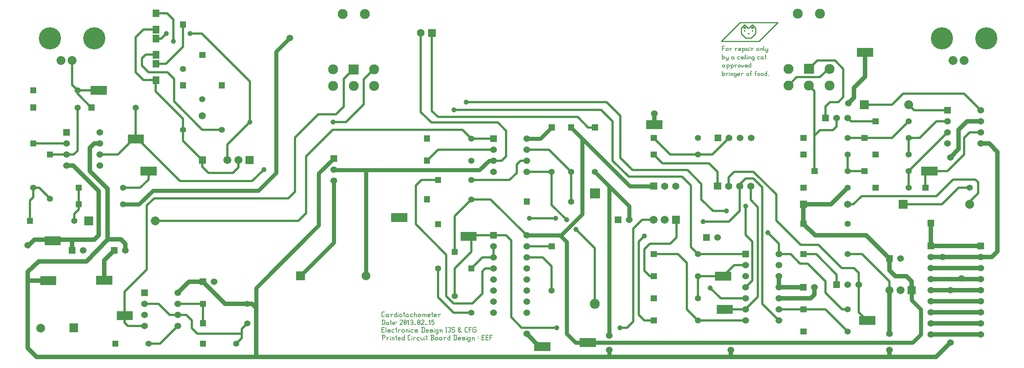
<source format=gbr>
G04 start of page 2 for group 0 idx 0 *
G04 Title: (unknown), component *
G04 Creator: pcb 20110918 *
G04 CreationDate: Fri Mar  1 16:30:08 2013 UTC *
G04 For: fosse *
G04 Format: Gerber/RS-274X *
G04 PCB-Dimensions: 893500 333500 *
G04 PCB-Coordinate-Origin: lower left *
%MOIN*%
%FSLAX25Y25*%
%LNTOP*%
%ADD34C,0.0472*%
%ADD33C,0.0860*%
%ADD32C,0.0420*%
%ADD31C,0.0520*%
%ADD30C,0.0280*%
%ADD29C,0.0380*%
%ADD28C,0.0460*%
%ADD27R,0.0590X0.0590*%
%ADD26R,0.0807X0.0807*%
%ADD25C,0.0720*%
%ADD24C,0.2000*%
%ADD23C,0.0800*%
%ADD22C,0.0650*%
%ADD21C,0.0787*%
%ADD20C,0.0900*%
%ADD19C,0.0700*%
%ADD18C,0.0600*%
%ADD17C,0.0550*%
%ADD16C,0.0001*%
%ADD15C,0.0070*%
%ADD14C,0.0100*%
%ADD13C,0.0350*%
%ADD12C,0.0400*%
%ADD11C,0.0200*%
G54D11*X16000Y166000D02*X21500D01*
X31000Y156500D01*
X16000Y157500D02*Y165500D01*
G54D12*X46000Y186000D02*X52000D01*
G54D11*X52500Y196000D02*X56000Y199500D01*
X31000Y196000D02*X52500D01*
X16000Y206000D02*X46000D01*
X56000Y254000D02*Y251000D01*
X51000Y277000D02*Y259000D01*
X56000Y254000D01*
X16000Y165500D02*X15500Y166000D01*
G54D12*X17000Y119000D02*X71000D01*
X21000Y99500D02*X64000D01*
X51000Y109500D02*Y119000D01*
X80020Y100520D02*X89000Y109500D01*
X71000Y119000D02*X75000Y123000D01*
Y163000D01*
X52000Y186000D02*X75000Y163000D01*
G54D11*X126383Y263500D02*X126587Y263296D01*
X114000Y276500D02*Y283000D01*
X108500Y270500D02*X115500Y263500D01*
X120000Y270500D02*X114000Y276500D01*
X115500Y263500D02*X126383D01*
X126587Y278060D02*X135560D01*
X151000Y293500D01*
X126587Y308965D02*X115465D01*
X108500Y302000D01*
Y270500D01*
X117500Y286500D02*X126217D01*
X114000Y283000D02*X117500Y286500D01*
X126217D02*X126587Y286130D01*
X142500Y318000D02*Y298500D01*
X136771Y323729D02*X142500Y318000D01*
X126587Y300894D02*X131394D01*
X126587Y323729D02*X136771D01*
X131394Y300894D02*X136000Y305500D01*
X151000Y293500D02*Y313500D01*
X137000Y270500D02*X120000D01*
X56000Y251000D02*X68500Y238500D01*
X56000Y199500D02*Y238500D01*
X75020Y253980D02*X56000Y254000D01*
G54D12*X67000Y181000D02*Y202000D01*
G54D11*X92500Y196000D02*X108500Y212000D01*
G54D12*X67000Y202000D02*X71000Y206000D01*
G54D11*X108500Y238500D02*Y212000D01*
X76000Y196000D02*X92500D01*
G54D12*X76000Y206000D02*X71000D01*
G54D11*X196000Y179500D02*X174000D01*
X213500Y172000D02*X148500D01*
X174000Y179500D02*X168500Y185000D01*
G54D13*X219000Y163500D02*X235000Y179500D01*
G54D11*X213500Y172000D02*X224000Y182500D01*
X201000Y184500D02*X196000Y179500D01*
X168500Y218500D02*X143000Y244000D01*
X169000Y190500D02*X151000Y208500D01*
Y228500D02*Y208500D01*
X143000Y244000D02*Y264500D01*
X157500Y305500D02*X168000D01*
X168500Y185000D02*Y191000D01*
G54D13*X273500Y179000D02*X287000Y192500D01*
G54D11*X262000Y194500D02*X286000Y218500D01*
X289000Y232500D02*X273000D01*
X252000Y211500D02*X273000Y232500D01*
G54D13*X287500Y182000D02*X287000Y182500D01*
G54D11*X191000Y205000D02*X211500Y225500D01*
Y262000D02*Y225500D01*
X201000Y191000D02*Y184500D01*
X191000Y205000D02*Y191000D01*
X252000Y162500D02*Y211500D01*
G54D13*X235000Y179500D02*Y289000D01*
G54D11*X168000Y305500D02*X211500Y262000D01*
X186000Y218500D02*X168500D01*
X403000D02*X286000D01*
X435000Y225000D02*X375000D01*
X314000Y241500D02*X298000Y225500D01*
X289000Y232500D02*X296000Y239500D01*
G54D13*X316028Y181972D02*X316000Y182000D01*
G54D11*X381000Y200500D02*X371000Y190500D01*
X381000Y200500D02*X431000D01*
X375000Y225000D02*X365500Y234500D01*
X381000Y230000D02*X375500Y235500D01*
G54D13*X418500Y182000D02*X335500D01*
X336000D02*X287500D01*
G54D11*X314000Y264000D02*Y241500D01*
G54D13*X235000Y289000D02*X247500Y301500D01*
G54D11*X296000Y239500D02*Y264500D01*
X323500Y273500D02*X314000Y264000D01*
X296000Y264500D02*X305000Y273500D01*
X298000Y225500D02*X286500D01*
X375500Y235500D02*Y306000D01*
X365500D02*Y234500D01*
G54D12*X189000Y61000D02*X213500D01*
X217000Y57500D01*
G54D11*X204000Y38500D02*X209000Y43500D01*
G54D13*X217000Y57500D02*Y75500D01*
G54D12*Y57500D02*Y13000D01*
G54D11*X169000Y43500D02*Y61000D01*
X146500D01*
G54D12*X156500Y81000D02*X146500Y71000D01*
G54D11*X159000Y39000D02*X164000Y34000D01*
X159000Y46000D02*Y39000D01*
X154000Y51000D02*X159000Y46000D01*
X164000Y34000D02*X204000D01*
Y30000D02*X199000Y25000D01*
X204000Y38500D02*Y30000D01*
X139000Y51000D02*X154000D01*
X139000D02*X129000Y61000D01*
X116500D02*X129000D01*
G54D12*X169000Y81000D02*X156500D01*
X189000Y61000D02*X169000Y81000D01*
G54D11*X396000Y108000D02*Y140500D01*
Y93000D02*X411000Y108000D01*
X396000Y140500D02*X411000Y155500D01*
X366000Y173000D02*X361000Y168000D01*
X366000Y173000D02*X381000D01*
X388500Y105500D02*X361000Y133000D01*
Y168000D02*Y133000D01*
X421000Y103000D02*X411000Y93000D01*
X423500D02*X421000Y90500D01*
Y70500D02*X412000Y61500D01*
X421000Y90500D02*Y70500D01*
X395000Y61500D02*X412000D01*
X395000D02*X388500Y68000D01*
X395000Y53000D02*X381000Y67000D01*
X395000Y53000D02*X411000D01*
X423500Y93000D02*X431000D01*
X447000Y118500D02*Y49000D01*
X456500Y39500D01*
X452000Y179500D02*X445500Y173000D01*
X388500Y105500D02*Y68000D01*
X381000Y93000D02*Y67000D01*
X396000Y93000D02*Y68000D01*
G54D13*X217000Y75500D02*X273500Y132000D01*
Y179000D01*
G54D11*X241000Y156500D02*X246000D01*
X255000Y136000D02*X262000Y143000D01*
X246000Y156500D02*X252000Y162500D01*
X262000Y143000D02*Y194500D01*
G54D13*X287000Y172500D02*Y116527D01*
X256973Y86500D01*
X316028D02*Y181972D01*
G54D11*X126000Y136000D02*X255000D01*
G54D13*X111500Y151000D02*X124000Y163500D01*
X219000D01*
G54D11*X112500Y166000D02*X120000Y173500D01*
X125000Y156500D02*X240500D01*
X151000Y228500D02*X126500Y253000D01*
Y263209D01*
X118500Y92000D02*Y150000D01*
X125000Y156500D01*
X120000Y173500D02*Y181000D01*
X126500Y263209D02*X126587Y263296D01*
X143000Y264500D02*X137000Y270500D01*
X108500Y212000D02*X148500Y172000D01*
G54D12*X11000Y90000D02*X21000Y99500D01*
X11000Y21000D02*Y90000D01*
X17000Y119000D02*X11000Y113000D01*
G54D11*X13000Y136000D02*Y154500D01*
X16000Y157500D01*
G54D12*X29500Y82000D02*X11000D01*
X19000Y13000D02*X11000Y21000D01*
G54D11*X120000Y25000D02*X130500D01*
X146500Y41000D01*
X116500D02*X101500D01*
X98500Y72000D02*X118500Y92000D01*
X101500Y41000D02*X98500Y44000D01*
Y72000D01*
D03*
G54D13*X97000Y151000D02*X111500D01*
G54D11*X97000Y166000D02*X112500D01*
X57000D02*Y146500D01*
X53000Y142500D01*
Y136000D01*
G54D12*X67000Y181000D02*X83000Y165000D01*
Y119000D01*
X99000Y109500D02*Y115500D01*
X95000Y119500D01*
X83506D01*
X83000Y119000D02*X64000Y99500D01*
X83506Y119500D02*X82753Y118747D01*
X80020Y82480D02*Y100520D01*
X825500Y103500D02*X880500D01*
X885500Y108500D02*X880500Y103500D01*
X825500Y83500D02*X870500D01*
Y93500D02*X825500D01*
G54D13*X809000Y26000D02*X816500Y33500D01*
G54D12*X843000Y26000D02*X830000Y13000D01*
G54D13*X816500Y33500D02*Y56000D01*
G54D12*X788000Y19500D02*Y13000D01*
X870500Y33500D02*X825500D01*
Y43500D02*X870500D01*
Y53500D02*X825500D01*
Y63500D02*X870500D01*
G54D13*X816500Y56000D02*X808000Y64500D01*
Y73500D01*
G54D11*X788000Y81500D02*Y73500D01*
G54D12*X870500D02*X825500D01*
G54D11*X686000Y136500D02*X708000Y114500D01*
X688500Y106000D02*X699000D01*
X688500Y106500D02*X689000Y106000D01*
X678500Y125500D02*X688500Y115500D01*
Y106000D01*
X699000D02*X707500Y97500D01*
X714500D01*
G54D12*X710500Y76000D02*X688500D01*
Y66000D02*X717000D01*
X688500Y76000D02*Y86000D01*
G54D11*X730500Y56000D02*X688500D01*
X730500D02*X750500Y36000D01*
Y56000D02*X745500D01*
X730500Y71000D01*
X760500Y53500D02*X768000Y46000D01*
X730500Y71000D02*Y81500D01*
G54D12*X710500Y133500D02*X721000Y123000D01*
X767000D01*
G54D11*X708000Y114500D02*X724000D01*
X722000Y106000D02*X710500D01*
X740500Y78500D02*Y87500D01*
X760500Y89000D02*X756000Y93500D01*
X745000D01*
X760500Y89000D02*Y53500D01*
X740500Y87500D02*X722000Y106000D01*
X724000Y114500D02*X745000Y93500D01*
X730500Y81500D02*X714500Y97500D01*
G54D12*X717000Y66000D02*X720500Y69500D01*
Y76000D01*
G54D11*X763500Y106000D02*X750500D01*
G54D12*X767000Y123000D02*X788000Y102000D01*
Y91500D01*
G54D11*X763500Y106000D02*X788000Y81500D01*
G54D12*Y91500D02*X793500Y86000D01*
X803500D01*
X808000Y81500D01*
Y73500D02*Y81500D01*
X788000Y73500D02*Y34000D01*
G54D13*X522500Y180500D02*X553500Y149500D01*
G54D11*X545500Y193000D02*X556500Y182000D01*
X553000Y176000D02*X538500Y190500D01*
X590500Y196000D02*X575500Y211000D01*
X628500Y196000D02*X590500D01*
X583500Y188000D02*X575500Y196000D01*
X625500Y188000D02*X583500D01*
G54D12*X576000Y233000D02*Y223000D01*
G54D11*X545500Y231000D02*Y193000D01*
G54D13*X554000Y167500D02*X501000Y220500D01*
G54D11*X538500Y190500D02*Y226000D01*
X556500Y182000D02*X606000D01*
X601000Y176000D02*X553000D01*
G54D13*X501000Y220500D02*X511000Y210500D01*
G54D11*X501000Y180500D02*Y153500D01*
X522500Y220500D02*X516500D01*
X507000Y230000D01*
X606000Y182000D02*X618500Y169500D01*
Y155500D01*
X609000Y168000D02*X601000Y176000D01*
X406500Y243500D02*X533000D01*
X481000Y200500D02*X501000Y180500D01*
X461000Y200500D02*X481000D01*
X460500Y190000D02*X461000Y190500D01*
Y180500D02*X483500D01*
G54D13*X461000Y210500D02*X473500D01*
X483500Y220500D01*
G54D11*X461000Y190500D02*X455500D01*
X438500D02*X431000D01*
G54D13*X427000D01*
X418500Y182000D01*
G54D11*X455500Y190500D02*X452000Y187000D01*
X507000Y230000D02*X381000D01*
X538500Y226000D02*X528000Y236500D01*
X395500D01*
X533000Y243500D02*X545500Y231000D01*
X435000Y225000D02*X442500Y217500D01*
Y194500D01*
X438500Y190500D01*
X403000Y218500D02*X411000Y210500D01*
G54D13*X461000Y123000D02*X491000D01*
G54D11*X483500Y95000D02*X475500Y103000D01*
X461000Y113000D02*X483500D01*
X461000Y103000D02*X475500D01*
G54D13*X491000Y123000D02*X497000Y117000D01*
G54D11*X483500Y180500D02*Y150500D01*
X487000Y138500D02*X463500D01*
G54D13*X511000Y142000D02*X491500Y122500D01*
X511000Y142000D02*Y210500D01*
G54D11*X411500Y155000D02*X411000Y155500D01*
Y210500D02*X431000D01*
X411000Y155500D02*X428500D01*
X411000Y123000D02*Y108000D01*
X421000Y103000D02*X431000D01*
X428500Y155500D02*X461000Y123000D01*
X431000Y113000D02*Y103000D01*
X411000Y123000D02*X442500D01*
X447000Y118500D01*
X452000Y187000D02*Y179500D01*
X445500Y173000D02*X411000D01*
X855500Y251000D02*X870500Y236000D01*
Y216000D02*X860500D01*
X855500Y211000D01*
Y196000D01*
G54D12*X858000Y226000D02*X850500Y218500D01*
Y201000D01*
G54D11*X805500Y166000D02*Y181000D01*
X840500Y216000D01*
X805500Y196000D02*Y211000D01*
X815500D01*
X830500Y226000D01*
X840500D01*
X855500Y196000D02*X840500Y181000D01*
X820500D01*
G54D12*X850500Y201000D02*X843000Y193500D01*
G54D11*X865500Y173500D02*X845500D01*
G54D12*X870500Y226000D02*X858000D01*
X885500Y198500D02*Y108500D01*
G54D11*X835500Y151000D02*X800500D01*
X820500Y166000D02*Y181000D01*
X850500Y166000D02*X835500Y151000D01*
X860500Y166000D02*X850500D01*
X860500Y151000D02*Y153500D01*
X868000Y161000D01*
Y171000D01*
X865500Y173500D01*
G54D12*X870500Y206000D02*X878000D01*
X885500Y198500D01*
X825500Y133500D02*Y113500D01*
X870500D02*X825500D01*
G54D11*X790500Y211000D02*X805500Y226000D01*
X840500Y236000D02*X810500D01*
X805500Y241000D01*
X765500D02*X790500D01*
X800500Y251000D01*
X855500D01*
X720500Y253500D02*X715500Y258500D01*
X734500Y243500D02*X742000D01*
X746500Y248000D01*
G54D12*X756000Y256500D02*Y247500D01*
G54D11*X725500Y218000D02*X720500Y213000D01*
G54D12*X756000Y247500D02*X751000Y242500D01*
G54D11*X845500Y173500D02*X830500Y158500D01*
X763000D01*
G54D12*X710500Y151000D02*Y133500D01*
G54D11*X686000Y136500D02*Y160000D01*
G54D12*X710500Y151000D02*X735500D01*
X750500Y166000D01*
G54D11*X665500Y180500D02*X648000D01*
X686000Y160000D02*X665500Y180500D01*
Y174500D02*X673500Y166500D01*
X653000Y145000D02*Y169000D01*
X658500Y174500D01*
X665500D01*
G54D14*Y310500D02*X663500D01*
X664500Y308500D02*Y307500D01*
X663500Y301500D02*X667500Y305500D01*
X664500Y313500D02*X661500Y310500D01*
X663500D02*X664500Y311500D01*
X665500Y310500D01*
X661500D02*X660500D01*
G54D11*X740500Y229000D02*Y221500D01*
X750500Y211000D02*X790500D01*
X753500Y226000D02*X750500Y229000D01*
X775500Y226000D02*X753500D01*
X746500Y248000D02*Y273500D01*
X750500Y151000D02*X755500D01*
X763000Y158500D01*
X739000Y281000D02*X746500Y273500D01*
X765500Y181000D02*X750500D01*
Y196000D01*
X704500Y266000D02*X697000Y258500D01*
X734000Y273500D02*X733000D01*
X725500Y266000D01*
X715500Y273500D02*X723000Y281000D01*
X739000D01*
X725500Y266000D02*X704500D01*
X720500Y181000D02*Y253500D01*
X730500Y239500D02*X734500Y243500D01*
X737000Y218000D02*X725500D01*
X740500Y221500D02*X737000Y218000D01*
X730500Y229000D02*Y239500D01*
G54D12*X766020Y288480D02*Y266520D01*
X756000Y256500D01*
G54D14*X656500Y310500D02*X657500Y311500D01*
X653500Y315500D02*X636500Y298500D01*
G54D11*X628500Y196000D02*X643500Y211000D01*
G54D14*X657500Y313500D02*X654500Y310500D01*
Y305500D01*
G54D11*X633000Y167500D02*Y180500D01*
X625500Y188000D01*
X648000Y180500D02*X643000Y175500D01*
Y167500D01*
G54D14*X687500Y315500D02*X670500Y298500D01*
X653500Y315500D02*X687500D01*
X667500Y310500D02*X664500Y313500D01*
X667500Y305500D02*Y310500D01*
X654500Y305500D02*X658500Y301500D01*
X636500Y298500D02*X670500D01*
X661500Y305500D02*X660500D01*
X657500Y308500D02*Y307500D01*
X658500Y301500D02*X663500D01*
X658500Y310500D02*X656500D01*
X660500D02*X657500Y313500D01*
Y311500D02*X658500Y310500D01*
G54D13*X505000Y26000D02*X809000D01*
G54D12*X830000Y13000D02*X19500D01*
X475000Y22500D02*X472500D01*
G54D11*X615500Y86000D02*Y66000D01*
X575500Y106000D02*X597500D01*
X605500Y98000D01*
Y56000D01*
X615500Y46000D01*
G54D13*X535500Y167500D02*Y32500D01*
G54D11*X522500Y111500D02*X505500Y128500D01*
X522500Y111500D02*Y61000D01*
X483500Y95000D02*Y73000D01*
G54D13*X497000Y117000D02*Y34000D01*
G54D11*X596000Y136500D02*X595500Y137000D01*
G54D13*X575500Y167500D02*X554000D01*
X553500Y149500D02*Y137000D01*
G54D11*X618500Y155500D02*X629000Y145000D01*
X609000Y112500D02*Y168000D01*
X483500Y150500D02*X497000Y137000D01*
G54D13*Y34000D02*X505000Y26000D01*
G54D11*X456500Y39500D02*X488000D01*
G54D12*X472500Y22500D02*X461000Y34000D01*
G54D11*X575500Y86000D02*X572000D01*
X567000Y91000D01*
X562000Y51000D02*Y117500D01*
X567000Y122500D01*
Y91000D02*Y110500D01*
X572000Y115500D01*
X590500D01*
X596000Y121000D01*
Y136500D01*
G54D13*X535500Y13000D02*Y19000D01*
G54D11*X575500Y46000D02*X567000D01*
X562000Y51000D01*
X545000Y39500D02*X551500D01*
X638000Y86000D02*X615500D01*
X620000Y135500D02*X643500D01*
X653000Y145000D01*
X629000D02*X641000D01*
X615500Y106000D02*X609000Y112500D01*
X648000Y96000D02*X638000Y86000D01*
X551500Y39500D02*X557000Y45000D01*
Y129000D01*
X565000Y137000D01*
X575500D01*
X636000Y66000D02*X626500Y75500D01*
G54D12*X645000Y19000D02*Y13000D01*
G54D11*X615500Y46000D02*X658500D01*
X663000Y167500D02*Y155000D01*
X669500Y148500D01*
X658500Y149500D02*Y123500D01*
Y106000D02*X615500D01*
X658500Y66000D02*X636000D01*
X639500Y56000D02*X658500D01*
Y56500D01*
Y96000D02*X648000D01*
X669500Y148500D02*Y67500D01*
X658500Y123500D02*X664500Y117500D01*
Y82000D01*
X658500Y76000D01*
X673500Y166500D02*Y61000D01*
X658500Y56500D02*X669500Y67500D01*
X673500Y61000D02*X688500Y46000D01*
G54D15*X331050Y32900D02*Y28500D01*
X330500Y32900D02*X332700D01*
X333250Y32350D01*
Y31250D01*
X332700Y30700D02*X333250Y31250D01*
X331050Y30700D02*X332700D01*
X335120Y30150D02*Y28500D01*
Y30150D02*X335670Y30700D01*
X336770D01*
X334570D02*X335120Y30150D01*
X338090Y31800D02*Y31250D01*
Y30150D02*Y28500D01*
X339740Y30150D02*Y28500D01*
Y30150D02*X340290Y30700D01*
X340840D01*
X341390Y30150D01*
Y28500D01*
X339190Y30700D02*X339740Y30150D01*
X343260Y32900D02*Y29050D01*
X343810Y28500D01*
X342710Y31250D02*X343810D01*
X345460Y28500D02*X347110D01*
X344910Y29050D02*X345460Y28500D01*
X344910Y30150D02*Y29050D01*
Y30150D02*X345460Y30700D01*
X346560D01*
X347110Y30150D01*
X344910Y29600D02*X347110D01*
Y30150D02*Y29600D01*
X350630Y32900D02*Y28500D01*
X350080D02*X350630Y29050D01*
X348980Y28500D02*X350080D01*
X348430Y29050D02*X348980Y28500D01*
X348430Y30150D02*Y29050D01*
Y30150D02*X348980Y30700D01*
X350080D01*
X350630Y30150D01*
X354480Y28500D02*X356130D01*
X353930Y29050D02*X354480Y28500D01*
X353930Y32350D02*Y29050D01*
Y32350D02*X354480Y32900D01*
X356130D01*
X357450Y31800D02*Y31250D01*
Y30150D02*Y28500D01*
X359100Y30150D02*Y28500D01*
Y30150D02*X359650Y30700D01*
X360750D01*
X358550D02*X359100Y30150D01*
X362620Y30700D02*X364270D01*
X362070Y30150D02*X362620Y30700D01*
X362070Y30150D02*Y29050D01*
X362620Y28500D01*
X364270D01*
X365590Y30700D02*Y29050D01*
X366140Y28500D01*
X367240D01*
X367790Y29050D01*
Y30700D02*Y29050D01*
X369110Y31800D02*Y31250D01*
Y30150D02*Y28500D01*
X370760Y32900D02*Y29050D01*
X371310Y28500D01*
X370210Y31250D02*X371310D01*
X374390Y28500D02*X376590D01*
X377140Y29050D01*
Y30150D02*Y29050D01*
X376590Y30700D02*X377140Y30150D01*
X374940Y30700D02*X376590D01*
X374940Y32900D02*Y28500D01*
X374390Y32900D02*X376590D01*
X377140Y32350D01*
Y31250D01*
X376590Y30700D02*X377140Y31250D01*
X378460Y30150D02*Y29050D01*
Y30150D02*X379010Y30700D01*
X380110D01*
X380660Y30150D01*
Y29050D01*
X380110Y28500D02*X380660Y29050D01*
X379010Y28500D02*X380110D01*
X378460Y29050D02*X379010Y28500D01*
X383630Y30700D02*X384180Y30150D01*
X382530Y30700D02*X383630D01*
X381980Y30150D02*X382530Y30700D01*
X381980Y30150D02*Y29050D01*
X382530Y28500D01*
X384180Y30700D02*Y29050D01*
X384730Y28500D01*
X382530D02*X383630D01*
X384180Y29050D01*
X386600Y30150D02*Y28500D01*
Y30150D02*X387150Y30700D01*
X388250D01*
X386050D02*X386600Y30150D01*
X391770Y32900D02*Y28500D01*
X391220D02*X391770Y29050D01*
X390120Y28500D02*X391220D01*
X389570Y29050D02*X390120Y28500D01*
X389570Y30150D02*Y29050D01*
Y30150D02*X390120Y30700D01*
X391220D01*
X391770Y30150D01*
X395620Y32900D02*Y28500D01*
X397270Y32900D02*X397820Y32350D01*
Y29050D01*
X397270Y28500D02*X397820Y29050D01*
X395070Y28500D02*X397270D01*
X395070Y32900D02*X397270D01*
X399690Y28500D02*X401340D01*
X399140Y29050D02*X399690Y28500D01*
X399140Y30150D02*Y29050D01*
Y30150D02*X399690Y30700D01*
X400790D01*
X401340Y30150D01*
X399140Y29600D02*X401340D01*
Y30150D02*Y29600D01*
X403210Y28500D02*X404860D01*
X405410Y29050D01*
X404860Y29600D02*X405410Y29050D01*
X403210Y29600D02*X404860D01*
X402660Y30150D02*X403210Y29600D01*
X402660Y30150D02*X403210Y30700D01*
X404860D01*
X405410Y30150D01*
X402660Y29050D02*X403210Y28500D01*
X406730Y31800D02*Y31250D01*
Y30150D02*Y28500D01*
X409480Y30700D02*X410030Y30150D01*
X408380Y30700D02*X409480D01*
X407830Y30150D02*X408380Y30700D01*
X407830Y30150D02*Y29050D01*
X408380Y28500D01*
X409480D01*
X410030Y29050D01*
X407830Y27400D02*X408380Y26850D01*
X409480D01*
X410030Y27400D01*
Y30700D02*Y27400D01*
X411900Y30150D02*Y28500D01*
Y30150D02*X412450Y30700D01*
X413000D01*
X413550Y30150D01*
Y28500D01*
X411350Y30700D02*X411900Y30150D01*
X416850Y31250D02*X417400D01*
X416850Y30150D02*X417400D01*
X420700Y30700D02*X422350D01*
X420700Y28500D02*X422900D01*
X420700Y32900D02*Y28500D01*
Y32900D02*X422900D01*
X424220Y30700D02*X425870D01*
X424220Y28500D02*X426420D01*
X424220Y32900D02*Y28500D01*
Y32900D02*X426420D01*
X427740D02*Y28500D01*
Y32900D02*X429940D01*
X427740Y30700D02*X429390D01*
X330500Y37700D02*X332150D01*
X330500Y35500D02*X332700D01*
X330500Y39900D02*Y35500D01*
Y39900D02*X332700D01*
X334020D02*Y36050D01*
X334570Y35500D01*
X336220D02*X337870D01*
X335670Y36050D02*X336220Y35500D01*
X335670Y37150D02*Y36050D01*
Y37150D02*X336220Y37700D01*
X337320D01*
X337870Y37150D01*
X335670Y36600D02*X337870D01*
Y37150D02*Y36600D01*
X339740Y37700D02*X341390D01*
X339190Y37150D02*X339740Y37700D01*
X339190Y37150D02*Y36050D01*
X339740Y35500D01*
X341390D01*
X343260Y39900D02*Y36050D01*
X343810Y35500D01*
X342710Y38250D02*X343810D01*
X345460Y37150D02*Y35500D01*
Y37150D02*X346010Y37700D01*
X347110D01*
X344910D02*X345460Y37150D01*
X348430D02*Y36050D01*
Y37150D02*X348980Y37700D01*
X350080D01*
X350630Y37150D01*
Y36050D01*
X350080Y35500D02*X350630Y36050D01*
X348980Y35500D02*X350080D01*
X348430Y36050D02*X348980Y35500D01*
X352500Y37150D02*Y35500D01*
Y37150D02*X353050Y37700D01*
X353600D01*
X354150Y37150D01*
Y35500D01*
X351950Y37700D02*X352500Y37150D01*
X355470Y38800D02*Y38250D01*
Y37150D02*Y35500D01*
X357120Y37700D02*X358770D01*
X356570Y37150D02*X357120Y37700D01*
X356570Y37150D02*Y36050D01*
X357120Y35500D01*
X358770D01*
X360640D02*X362290D01*
X362840Y36050D01*
X362290Y36600D02*X362840Y36050D01*
X360640Y36600D02*X362290D01*
X360090Y37150D02*X360640Y36600D01*
X360090Y37150D02*X360640Y37700D01*
X362290D01*
X362840Y37150D01*
X360090Y36050D02*X360640Y35500D01*
X366690Y39900D02*Y35500D01*
X368340Y39900D02*X368890Y39350D01*
Y36050D01*
X368340Y35500D02*X368890Y36050D01*
X366140Y35500D02*X368340D01*
X366140Y39900D02*X368340D01*
X370760Y35500D02*X372410D01*
X370210Y36050D02*X370760Y35500D01*
X370210Y37150D02*Y36050D01*
Y37150D02*X370760Y37700D01*
X371860D01*
X372410Y37150D01*
X370210Y36600D02*X372410D01*
Y37150D02*Y36600D01*
X374280Y35500D02*X375930D01*
X376480Y36050D01*
X375930Y36600D02*X376480Y36050D01*
X374280Y36600D02*X375930D01*
X373730Y37150D02*X374280Y36600D01*
X373730Y37150D02*X374280Y37700D01*
X375930D01*
X376480Y37150D01*
X373730Y36050D02*X374280Y35500D01*
X377800Y38800D02*Y38250D01*
Y37150D02*Y35500D01*
X380550Y37700D02*X381100Y37150D01*
X379450Y37700D02*X380550D01*
X378900Y37150D02*X379450Y37700D01*
X378900Y37150D02*Y36050D01*
X379450Y35500D01*
X380550D01*
X381100Y36050D01*
X378900Y34400D02*X379450Y33850D01*
X380550D01*
X381100Y34400D01*
Y37700D02*Y34400D01*
X382970Y37150D02*Y35500D01*
Y37150D02*X383520Y37700D01*
X384070D01*
X384620Y37150D01*
Y35500D01*
X382420Y37700D02*X382970Y37150D01*
X387920Y39900D02*X389020D01*
X388470D02*Y35500D01*
X387920D02*X389020D01*
X390340Y39900D02*X391990D01*
Y36050D01*
X391440Y35500D02*X391990Y36050D01*
X390890Y35500D02*X391440D01*
X390340Y36050D02*X390890Y35500D01*
X395510Y39900D02*X396060Y39350D01*
X393860Y39900D02*X395510D01*
X393310Y39350D02*X393860Y39900D01*
X393310Y39350D02*Y38250D01*
X393860Y37700D01*
X395510D01*
X396060Y37150D01*
Y36050D01*
X395510Y35500D02*X396060Y36050D01*
X393860Y35500D02*X395510D01*
X393310Y36050D02*X393860Y35500D01*
X399360Y36050D02*X399910Y35500D01*
X399360Y39350D02*Y38250D01*
Y39350D02*X399910Y39900D01*
X399360Y37150D02*X401010Y38800D01*
X399910Y35500D02*X400460D01*
X401560Y36600D01*
X399360Y38250D02*X402110Y35500D01*
X399910Y39900D02*X400460D01*
X401010Y39350D01*
Y38800D01*
X399360Y37150D02*Y36050D01*
X405960Y35500D02*X407610D01*
X405410Y36050D02*X405960Y35500D01*
X405410Y39350D02*Y36050D01*
Y39350D02*X405960Y39900D01*
X407610D01*
X408930D02*Y35500D01*
Y39900D02*X411130D01*
X408930Y37700D02*X410580D01*
X414650Y39900D02*X415200Y39350D01*
X413000Y39900D02*X414650D01*
X412450Y39350D02*X413000Y39900D01*
X412450Y39350D02*Y36050D01*
X413000Y35500D01*
X414650D01*
X415200Y36050D01*
Y37150D02*Y36050D01*
X414650Y37700D02*X415200Y37150D01*
X413550Y37700D02*X414650D01*
X331050Y49500D02*X332700D01*
X330500Y50050D02*X331050Y49500D01*
X330500Y53350D02*Y50050D01*
Y53350D02*X331050Y53900D01*
X332700D01*
X335670Y51700D02*X336220Y51150D01*
X334570Y51700D02*X335670D01*
X334020Y51150D02*X334570Y51700D01*
X334020Y51150D02*Y50050D01*
X334570Y49500D01*
X336220Y51700D02*Y50050D01*
X336770Y49500D01*
X334570D02*X335670D01*
X336220Y50050D01*
X338640Y51150D02*Y49500D01*
Y51150D02*X339190Y51700D01*
X340290D01*
X338090D02*X338640Y51150D01*
X343810Y53900D02*Y49500D01*
X343260D02*X343810Y50050D01*
X342160Y49500D02*X343260D01*
X341610Y50050D02*X342160Y49500D01*
X341610Y51150D02*Y50050D01*
Y51150D02*X342160Y51700D01*
X343260D01*
X343810Y51150D01*
X345130Y52800D02*Y52250D01*
Y51150D02*Y49500D01*
X346230Y51150D02*Y50050D01*
Y51150D02*X346780Y51700D01*
X347880D01*
X348430Y51150D01*
Y50050D01*
X347880Y49500D02*X348430Y50050D01*
X346780Y49500D02*X347880D01*
X346230Y50050D02*X346780Y49500D01*
X350300Y53900D02*Y50050D01*
X350850Y49500D01*
X349750Y52250D02*X350850D01*
X353600Y51700D02*X354150Y51150D01*
X352500Y51700D02*X353600D01*
X351950Y51150D02*X352500Y51700D01*
X351950Y51150D02*Y50050D01*
X352500Y49500D01*
X354150Y51700D02*Y50050D01*
X354700Y49500D01*
X352500D02*X353600D01*
X354150Y50050D01*
X356570Y51700D02*X358220D01*
X356020Y51150D02*X356570Y51700D01*
X356020Y51150D02*Y50050D01*
X356570Y49500D01*
X358220D01*
X359540Y53900D02*Y49500D01*
Y51150D02*X360090Y51700D01*
X361190D01*
X361740Y51150D01*
Y49500D01*
X363060Y51150D02*Y50050D01*
Y51150D02*X363610Y51700D01*
X364710D01*
X365260Y51150D01*
Y50050D01*
X364710Y49500D02*X365260Y50050D01*
X363610Y49500D02*X364710D01*
X363060Y50050D02*X363610Y49500D01*
X367130Y51150D02*Y49500D01*
Y51150D02*X367680Y51700D01*
X368230D01*
X368780Y51150D01*
Y49500D01*
Y51150D02*X369330Y51700D01*
X369880D01*
X370430Y51150D01*
Y49500D01*
X366580Y51700D02*X367130Y51150D01*
X372300Y49500D02*X373950D01*
X371750Y50050D02*X372300Y49500D01*
X371750Y51150D02*Y50050D01*
Y51150D02*X372300Y51700D01*
X373400D01*
X373950Y51150D01*
X371750Y50600D02*X373950D01*
Y51150D02*Y50600D01*
X375820Y53900D02*Y50050D01*
X376370Y49500D01*
X375270Y52250D02*X376370D01*
X378020Y49500D02*X379670D01*
X377470Y50050D02*X378020Y49500D01*
X377470Y51150D02*Y50050D01*
Y51150D02*X378020Y51700D01*
X379120D01*
X379670Y51150D01*
X377470Y50600D02*X379670D01*
Y51150D02*Y50600D01*
X381540Y51150D02*Y49500D01*
Y51150D02*X382090Y51700D01*
X383190D01*
X380990D02*X381540Y51150D01*
X637500Y286510D02*Y282550D01*
Y283045D02*X637995Y282550D01*
X638985D01*
X639480Y283045D01*
Y284035D02*Y283045D01*
X638985Y284530D02*X639480Y284035D01*
X637995Y284530D02*X638985D01*
X637500Y284035D02*X637995Y284530D01*
X640668D02*Y283045D01*
X641163Y282550D01*
X642648Y284530D02*Y281560D01*
X642153Y281065D02*X642648Y281560D01*
X641163Y281065D02*X642153D01*
X640668Y281560D02*X641163Y281065D01*
Y282550D02*X642153D01*
X642648Y283045D01*
X647103Y284530D02*X647598Y284035D01*
X646113Y284530D02*X647103D01*
X645618Y284035D02*X646113Y284530D01*
X645618Y284035D02*Y283045D01*
X646113Y282550D01*
X647598Y284530D02*Y283045D01*
X648093Y282550D01*
X646113D02*X647103D01*
X647598Y283045D01*
X651558Y284530D02*X653043D01*
X651063Y284035D02*X651558Y284530D01*
X651063Y284035D02*Y283045D01*
X651558Y282550D01*
X653043D01*
X654726D02*X656211D01*
X654231Y283045D02*X654726Y282550D01*
X654231Y284035D02*Y283045D01*
Y284035D02*X654726Y284530D01*
X655716D01*
X656211Y284035D01*
X654231Y283540D02*X656211D01*
Y284035D02*Y283540D01*
X657399Y285520D02*Y285025D01*
Y284035D02*Y282550D01*
X658389Y286510D02*Y283045D01*
X658884Y282550D01*
X659874Y285520D02*Y285025D01*
Y284035D02*Y282550D01*
X661359Y284035D02*Y282550D01*
Y284035D02*X661854Y284530D01*
X662349D01*
X662844Y284035D01*
Y282550D01*
X660864Y284530D02*X661359Y284035D01*
X665517Y284530D02*X666012Y284035D01*
X664527Y284530D02*X665517D01*
X664032Y284035D02*X664527Y284530D01*
X664032Y284035D02*Y283045D01*
X664527Y282550D01*
X665517D01*
X666012Y283045D01*
X664032Y281560D02*X664527Y281065D01*
X665517D01*
X666012Y281560D01*
Y284530D02*Y281560D01*
X669477Y284530D02*X670962D01*
X668982Y284035D02*X669477Y284530D01*
X668982Y284035D02*Y283045D01*
X669477Y282550D01*
X670962D01*
X673635Y284530D02*X674130Y284035D01*
X672645Y284530D02*X673635D01*
X672150Y284035D02*X672645Y284530D01*
X672150Y284035D02*Y283045D01*
X672645Y282550D01*
X674130Y284530D02*Y283045D01*
X674625Y282550D01*
X672645D02*X673635D01*
X674130Y283045D01*
X676308Y286510D02*Y283045D01*
X676803Y282550D01*
X675813Y285025D02*X676803D01*
X638985Y277030D02*X639480Y276535D01*
X637995Y277030D02*X638985D01*
X637500Y276535D02*X637995Y277030D01*
X637500Y276535D02*Y275545D01*
X637995Y275050D01*
X639480Y277030D02*Y275545D01*
X639975Y275050D01*
X637995D02*X638985D01*
X639480Y275545D01*
X641658Y276535D02*Y273565D01*
X641163Y277030D02*X641658Y276535D01*
X642153Y277030D01*
X643143D01*
X643638Y276535D01*
Y275545D01*
X643143Y275050D02*X643638Y275545D01*
X642153Y275050D02*X643143D01*
X641658Y275545D02*X642153Y275050D01*
X645321Y276535D02*Y273565D01*
X644826Y277030D02*X645321Y276535D01*
X645816Y277030D01*
X646806D01*
X647301Y276535D01*
Y275545D01*
X646806Y275050D02*X647301Y275545D01*
X645816Y275050D02*X646806D01*
X645321Y275545D02*X645816Y275050D01*
X648984Y276535D02*Y275050D01*
Y276535D02*X649479Y277030D01*
X650469D01*
X648489D02*X648984Y276535D01*
X651657D02*Y275545D01*
Y276535D02*X652152Y277030D01*
X653142D01*
X653637Y276535D01*
Y275545D01*
X653142Y275050D02*X653637Y275545D01*
X652152Y275050D02*X653142D01*
X651657Y275545D02*X652152Y275050D01*
X654825Y277030D02*Y276040D01*
X655815Y275050D01*
X656805Y276040D01*
Y277030D02*Y276040D01*
X658488Y275050D02*X659973D01*
X657993Y275545D02*X658488Y275050D01*
X657993Y276535D02*Y275545D01*
Y276535D02*X658488Y277030D01*
X659478D01*
X659973Y276535D01*
X657993Y276040D02*X659973D01*
Y276535D02*Y276040D01*
X663141Y279010D02*Y275050D01*
X662646D02*X663141Y275545D01*
X661656Y275050D02*X662646D01*
X661161Y275545D02*X661656Y275050D01*
X661161Y276535D02*Y275545D01*
Y276535D02*X661656Y277030D01*
X662646D01*
X663141Y276535D01*
X637500Y271510D02*Y267550D01*
Y268045D02*X637995Y267550D01*
X638985D01*
X639480Y268045D01*
Y269035D02*Y268045D01*
X638985Y269530D02*X639480Y269035D01*
X637995Y269530D02*X638985D01*
X637500Y269035D02*X637995Y269530D01*
X641163Y269035D02*Y267550D01*
Y269035D02*X641658Y269530D01*
X642648D01*
X640668D02*X641163Y269035D01*
X643836Y270520D02*Y270025D01*
Y269035D02*Y267550D01*
X645321Y269035D02*Y267550D01*
Y269035D02*X645816Y269530D01*
X646311D01*
X646806Y269035D01*
Y267550D01*
X644826Y269530D02*X645321Y269035D01*
X649479Y269530D02*X649974Y269035D01*
X648489Y269530D02*X649479D01*
X647994Y269035D02*X648489Y269530D01*
X647994Y269035D02*Y268045D01*
X648489Y267550D01*
X649479D01*
X649974Y268045D01*
X647994Y266560D02*X648489Y266065D01*
X649479D01*
X649974Y266560D01*
Y269530D02*Y266560D01*
X651657Y267550D02*X653142D01*
X651162Y268045D02*X651657Y267550D01*
X651162Y269035D02*Y268045D01*
Y269035D02*X651657Y269530D01*
X652647D01*
X653142Y269035D01*
X651162Y268540D02*X653142D01*
Y269035D02*Y268540D01*
X654825Y269035D02*Y267550D01*
Y269035D02*X655320Y269530D01*
X656310D01*
X654330D02*X654825Y269035D01*
X659280D02*Y268045D01*
Y269035D02*X659775Y269530D01*
X660765D01*
X661260Y269035D01*
Y268045D01*
X660765Y267550D02*X661260Y268045D01*
X659775Y267550D02*X660765D01*
X659280Y268045D02*X659775Y267550D01*
X662943Y271015D02*Y267550D01*
Y271015D02*X663438Y271510D01*
X663933D01*
X662448Y269530D02*X663438D01*
X667200Y271015D02*Y267550D01*
Y271015D02*X667695Y271510D01*
X668190D01*
X666705Y269530D02*X667695D01*
X669180Y269035D02*Y268045D01*
Y269035D02*X669675Y269530D01*
X670665D01*
X671160Y269035D01*
Y268045D01*
X670665Y267550D02*X671160Y268045D01*
X669675Y267550D02*X670665D01*
X669180Y268045D02*X669675Y267550D01*
X672348Y269035D02*Y268045D01*
Y269035D02*X672843Y269530D01*
X673833D01*
X674328Y269035D01*
Y268045D01*
X673833Y267550D02*X674328Y268045D01*
X672843Y267550D02*X673833D01*
X672348Y268045D02*X672843Y267550D01*
X677496Y271510D02*Y267550D01*
X677001D02*X677496Y268045D01*
X676011Y267550D02*X677001D01*
X675516Y268045D02*X676011Y267550D01*
X675516Y269035D02*Y268045D01*
Y269035D02*X676011Y269530D01*
X677001D01*
X677496Y269035D01*
X678684Y267550D02*X679179D01*
X637500Y294010D02*Y290050D01*
Y294010D02*X639480D01*
X637500Y292030D02*X638985D01*
X640668Y291535D02*Y290545D01*
Y291535D02*X641163Y292030D01*
X642153D01*
X642648Y291535D01*
Y290545D01*
X642153Y290050D02*X642648Y290545D01*
X641163Y290050D02*X642153D01*
X640668Y290545D02*X641163Y290050D01*
X644331Y291535D02*Y290050D01*
Y291535D02*X644826Y292030D01*
X645816D01*
X643836D02*X644331Y291535D01*
X649281D02*Y290050D01*
Y291535D02*X649776Y292030D01*
X650766D01*
X648786D02*X649281Y291535D01*
X652449Y290050D02*X653934D01*
X651954Y290545D02*X652449Y290050D01*
X651954Y291535D02*Y290545D01*
Y291535D02*X652449Y292030D01*
X653439D01*
X653934Y291535D01*
X651954Y291040D02*X653934D01*
Y291535D02*Y291040D01*
X655617Y291535D02*Y288565D01*
X655122Y292030D02*X655617Y291535D01*
X656112Y292030D01*
X657102D01*
X657597Y291535D01*
Y290545D01*
X657102Y290050D02*X657597Y290545D01*
X656112Y290050D02*X657102D01*
X655617Y290545D02*X656112Y290050D01*
X660270Y292030D02*X660765Y291535D01*
X659280Y292030D02*X660270D01*
X658785Y291535D02*X659280Y292030D01*
X658785Y291535D02*Y290545D01*
X659280Y290050D01*
X660765Y292030D02*Y290545D01*
X661260Y290050D01*
X659280D02*X660270D01*
X660765Y290545D01*
X662448Y293020D02*Y292525D01*
Y291535D02*Y290050D01*
X663933Y291535D02*Y290050D01*
Y291535D02*X664428Y292030D01*
X665418D01*
X663438D02*X663933Y291535D01*
X668388D02*Y290545D01*
Y291535D02*X668883Y292030D01*
X669873D01*
X670368Y291535D01*
Y290545D01*
X669873Y290050D02*X670368Y290545D01*
X668883Y290050D02*X669873D01*
X668388Y290545D02*X668883Y290050D01*
X672051Y291535D02*Y290050D01*
Y291535D02*X672546Y292030D01*
X673041D01*
X673536Y291535D01*
Y290050D01*
X671556Y292030D02*X672051Y291535D01*
X674724Y294010D02*Y290545D01*
X675219Y290050D01*
X676209Y292030D02*Y290545D01*
X676704Y290050D01*
X678189Y292030D02*Y289060D01*
X677694Y288565D02*X678189Y289060D01*
X676704Y288565D02*X677694D01*
X676209Y289060D02*X676704Y288565D01*
Y290050D02*X677694D01*
X678189Y290545D01*
X331000Y46500D02*Y42500D01*
X332500Y46500D02*X333000Y46000D01*
Y43000D01*
X332500Y42500D02*X333000Y43000D01*
X330500Y42500D02*X332500D01*
X330500Y46500D02*X332500D01*
X335700Y44500D02*X336200Y44000D01*
X334700Y44500D02*X335700D01*
X334200Y44000D02*X334700Y44500D01*
X334200Y44000D02*Y43000D01*
X334700Y42500D01*
X336200Y44500D02*Y43000D01*
X336700Y42500D01*
X334700D02*X335700D01*
X336200Y43000D01*
X338400Y46500D02*Y43000D01*
X338900Y42500D01*
X337900Y45000D02*X338900D01*
X340400Y42500D02*X341900D01*
X339900Y43000D02*X340400Y42500D01*
X339900Y44000D02*Y43000D01*
Y44000D02*X340400Y44500D01*
X341400D01*
X341900Y44000D01*
X339900Y43500D02*X341900D01*
Y44000D02*Y43500D01*
X343100Y45000D02*X343600D01*
X343100Y44000D02*X343600D01*
X346600Y46000D02*X347100Y46500D01*
X348600D01*
X349100Y46000D01*
Y45000D01*
X346600Y42500D02*X349100Y45000D01*
X346600Y42500D02*X349100D01*
X350300Y43000D02*X350800Y42500D01*
X350300Y46000D02*Y43000D01*
Y46000D02*X350800Y46500D01*
X351800D01*
X352300Y46000D01*
Y43000D01*
X351800Y42500D02*X352300Y43000D01*
X350800Y42500D02*X351800D01*
X350300Y43500D02*X352300Y45500D01*
X354000Y42500D02*X355000D01*
X354500Y46500D02*Y42500D01*
X353500Y45500D02*X354500Y46500D01*
X356200Y46000D02*X356700Y46500D01*
X357700D01*
X358200Y46000D01*
Y43000D01*
X357700Y42500D02*X358200Y43000D01*
X356700Y42500D02*X357700D01*
X356200Y43000D02*X356700Y42500D01*
Y44500D02*X358200D01*
X359400Y42500D02*X361400D01*
X362600Y43000D02*X363100Y42500D01*
X362600Y46000D02*Y43000D01*
Y46000D02*X363100Y46500D01*
X364100D01*
X364600Y46000D01*
Y43000D01*
X364100Y42500D02*X364600Y43000D01*
X363100Y42500D02*X364100D01*
X362600Y43500D02*X364600Y45500D01*
X365800Y46000D02*X366300Y46500D01*
X367800D01*
X368300Y46000D01*
Y45000D01*
X365800Y42500D02*X368300Y45000D01*
X365800Y42500D02*X368300D01*
X369500D02*X371500D01*
X373200D02*X374200D01*
X373700Y46500D02*Y42500D01*
X372700Y45500D02*X373700Y46500D01*
X375400D02*X377400D01*
X375400D02*Y44500D01*
X375900Y45000D01*
X376900D01*
X377400Y44500D01*
Y43000D01*
X376900Y42500D02*X377400Y43000D01*
X375900Y42500D02*X376900D01*
X375400Y43000D02*X375900Y42500D01*
G54D16*G36*
X368250Y158250D02*Y152750D01*
X373750D01*
Y158250D01*
X368250D01*
G37*
G54D17*X411000Y155500D03*
Y190500D03*
Y173000D03*
Y210500D03*
G54D16*G36*
X378250Y135750D02*Y130250D01*
X383750D01*
Y135750D01*
X378250D01*
G37*
G36*
Y175750D02*Y170250D01*
X383750D01*
Y175750D01*
X378250D01*
G37*
G54D18*X431000Y190500D03*
Y180500D03*
G54D16*G36*
X428000Y126000D02*Y120000D01*
X434000D01*
Y126000D01*
X428000D01*
G37*
G54D18*X431000Y113000D03*
G54D16*G36*
X428000Y213500D02*Y207500D01*
X434000D01*
Y213500D01*
X428000D01*
G37*
G54D18*X431000Y200500D03*
G54D16*G36*
X368250Y193250D02*Y187750D01*
X373750D01*
Y193250D01*
X368250D01*
G37*
G36*
Y213250D02*Y207750D01*
X373750D01*
Y213250D01*
X368250D01*
G37*
G36*
X372000Y309500D02*Y302500D01*
X379000D01*
Y309500D01*
X372000D01*
G37*
G54D19*X365500Y306000D03*
G54D20*X295000Y323000D03*
X315000D03*
G54D16*G36*
X300500Y277500D02*Y268500D01*
X309500D01*
Y277500D01*
X300500D01*
G37*
G54D20*X323500Y273000D03*
X286500D03*
Y258000D03*
X305000D03*
X323500D03*
G54D16*G36*
X393250Y110750D02*Y105250D01*
X398750D01*
Y110750D01*
X393250D01*
G37*
G36*
X408250Y95750D02*Y90250D01*
X413750D01*
Y95750D01*
X408250D01*
G37*
G54D17*X411000Y53000D03*
G54D21*X316028Y86500D03*
G54D17*X381000Y93000D03*
X396000Y68000D03*
G54D18*X431000Y73000D03*
Y63000D03*
Y53000D03*
Y103000D03*
Y93000D03*
Y83000D03*
G54D16*G36*
X772750Y228750D02*Y223250D01*
X778250D01*
Y228750D01*
X772750D01*
G37*
G54D17*X805500Y226000D03*
G54D16*G36*
X762750Y213750D02*Y208250D01*
X768250D01*
Y213750D01*
X762750D01*
G37*
G54D17*X805500Y211000D03*
Y196000D03*
G54D16*G36*
X727500Y232000D02*Y226000D01*
X733500D01*
Y232000D01*
X727500D01*
G37*
G36*
X707750Y136250D02*Y130750D01*
X713250D01*
Y136250D01*
X707750D01*
G37*
G36*
Y168750D02*Y163250D01*
X713250D01*
Y168750D01*
X707750D01*
G37*
G36*
X717750Y183750D02*Y178250D01*
X723250D01*
Y183750D01*
X717750D01*
G37*
G54D18*X740500Y229000D03*
X750500D03*
G54D17*Y133500D03*
Y211000D03*
Y166000D03*
Y181000D03*
G54D16*G36*
X707750Y198750D02*Y193250D01*
X713250D01*
Y198750D01*
X707750D01*
G37*
G54D17*X750500Y196000D03*
G54D16*G36*
X707750Y213750D02*Y208250D01*
X713250D01*
Y213750D01*
X707750D01*
G37*
G36*
X762750Y183750D02*Y178250D01*
X768250D01*
Y183750D01*
X762750D01*
G37*
G36*
X772750Y198750D02*Y193250D01*
X778250D01*
Y198750D01*
X772750D01*
G37*
G54D22*X750500Y151000D03*
G54D16*G36*
X796500Y155000D02*Y147000D01*
X804500D01*
Y155000D01*
X796500D01*
G37*
G36*
X761500Y245000D02*Y237000D01*
X769500D01*
Y245000D01*
X761500D01*
G37*
G54D23*X805500Y241000D03*
G54D20*X705500Y323500D03*
G54D16*G36*
X711000Y278000D02*Y269000D01*
X720000D01*
Y278000D01*
X711000D01*
G37*
G54D20*X697000Y273500D03*
Y258500D03*
X715500D03*
X725500Y323500D03*
X734000Y273500D03*
Y258500D03*
G54D16*G36*
X817750Y168750D02*Y163250D01*
X823250D01*
Y168750D01*
X817750D01*
G37*
G54D17*X860500Y166000D03*
G54D16*G36*
X772750Y168750D02*Y163250D01*
X778250D01*
Y168750D01*
X772750D01*
G37*
G54D17*X805500Y166000D03*
Y181000D03*
G54D23*X860500Y151000D03*
G54D24*X835500Y301000D03*
X875500D03*
G54D23*X845500Y281000D03*
X855500D03*
G54D18*X870500Y206000D03*
Y216000D03*
Y226000D03*
Y236000D03*
X840500Y226000D03*
Y216000D03*
Y206000D03*
G54D16*G36*
X837500Y239000D02*Y233000D01*
X843500D01*
Y239000D01*
X837500D01*
G37*
G36*
X822500Y137000D02*Y131000D01*
X828500D01*
Y137000D01*
X822500D01*
G37*
G36*
Y116500D02*Y110500D01*
X828500D01*
Y116500D01*
X822500D01*
G37*
G36*
X867500D02*Y110500D01*
X873500D01*
Y116500D01*
X867500D01*
G37*
G54D18*X870500Y103500D03*
Y93500D03*
Y83500D03*
Y73500D03*
X760500Y78500D03*
X825500Y73500D03*
G54D16*G36*
X804400Y77100D02*Y69900D01*
X811600D01*
Y77100D01*
X804400D01*
G37*
G54D25*X798000Y73500D03*
X788000D03*
G54D18*X870500Y63500D03*
X825500D03*
Y53500D03*
Y43500D03*
Y33500D03*
X870500Y53500D03*
Y43500D03*
Y33500D03*
G54D16*G36*
X785000Y105000D02*Y99000D01*
X791000D01*
Y105000D01*
X785000D01*
G37*
G54D18*X798000Y102000D03*
X825500Y103500D03*
Y93500D03*
Y83500D03*
G54D16*G36*
X629750Y170750D02*Y164250D01*
X636250D01*
Y170750D01*
X629750D01*
G37*
G54D22*X643000Y167500D03*
X653000D03*
X663000D03*
G54D16*G36*
X630500Y214000D02*Y208000D01*
X636500D01*
Y214000D01*
X630500D01*
G37*
G54D18*X643500Y211000D03*
X653500D03*
X663500D03*
G54D16*G36*
X572750Y213750D02*Y208250D01*
X578250D01*
Y213750D01*
X572750D01*
G37*
G54D17*X615500Y211000D03*
G54D16*G36*
X572750Y198750D02*Y193250D01*
X578250D01*
Y198750D01*
X572750D01*
G37*
G54D17*X615500Y196000D03*
G54D16*G36*
X572750Y108750D02*Y103250D01*
X578250D01*
Y108750D01*
X572750D01*
G37*
G54D17*X615500Y106000D03*
G54D16*G36*
X572750Y88750D02*Y83250D01*
X578250D01*
Y88750D01*
X572750D01*
G37*
G54D17*X615500Y86000D03*
G54D16*G36*
X620000Y124000D02*Y118000D01*
X626000D01*
Y124000D01*
X620000D01*
G37*
G54D18*X633000Y121000D03*
G54D16*G36*
X480750Y115750D02*Y110250D01*
X486250D01*
Y115750D01*
X480750D01*
G37*
G36*
X572250Y170750D02*Y164250D01*
X578750D01*
Y170750D01*
X572250D01*
G37*
G54D22*X585500Y167500D03*
X595500D03*
G54D16*G36*
X591900Y140600D02*Y133400D01*
X599100D01*
Y140600D01*
X591900D01*
G37*
G54D25*X585500Y137000D03*
G54D16*G36*
X655500Y109000D02*Y103000D01*
X661500D01*
Y109000D01*
X655500D01*
G37*
G54D18*X658500Y96000D03*
G54D16*G36*
X518000Y165500D02*Y156500D01*
X527000D01*
Y165500D01*
X518000D01*
G37*
G36*
X519750Y223250D02*Y217750D01*
X525250D01*
Y223250D01*
X519750D01*
G37*
G36*
X498250D02*Y217750D01*
X503750D01*
Y223250D01*
X498250D01*
G37*
G36*
X480750D02*Y217750D01*
X486250D01*
Y223250D01*
X480750D01*
G37*
G54D17*X522500Y180500D03*
X501000D03*
X483500D03*
G54D18*X461000Y190500D03*
Y200500D03*
Y210500D03*
Y180500D03*
G54D16*G36*
X166250Y27750D02*Y22250D01*
X171750D01*
Y27750D01*
X166250D01*
G37*
G54D17*X199000Y25000D03*
X209000Y43500D03*
Y61000D03*
G54D16*G36*
X253036Y90437D02*Y82563D01*
X260910D01*
Y90437D01*
X253036D01*
G37*
G36*
X207400Y194600D02*Y187400D01*
X214600D01*
Y194600D01*
X207400D01*
G37*
G54D25*X201000Y191000D03*
X191000D03*
G54D16*G36*
X284000Y195500D02*Y189500D01*
X290000D01*
Y195500D01*
X284000D01*
G37*
G54D18*X287000Y182500D03*
Y172500D03*
G54D16*G36*
X165250Y194250D02*Y187750D01*
X171750D01*
Y194250D01*
X165250D01*
G37*
G54D22*X168500Y231000D03*
G54D16*G36*
X165750Y288750D02*Y283250D01*
X171250D01*
Y288750D01*
X165750D01*
G37*
G54D17*X168500Y246000D03*
G54D16*G36*
X148250Y316250D02*Y310750D01*
X153750D01*
Y316250D01*
X148250D01*
G37*
G54D17*X151000Y273500D03*
G54D16*G36*
X148250Y261250D02*Y255750D01*
X153750D01*
Y261250D01*
X148250D01*
G37*
G36*
X183250D02*Y255750D01*
X188750D01*
Y261250D01*
X183250D01*
G37*
G54D17*X186000Y218500D03*
X151000D03*
G54D16*G36*
X166250Y63750D02*Y58250D01*
X171750D01*
Y63750D01*
X166250D01*
G37*
G36*
X166000Y84000D02*Y78000D01*
X172000D01*
Y84000D01*
X166000D01*
G37*
G54D18*X179000Y81000D03*
G54D16*G36*
X166250Y46250D02*Y40750D01*
X171750D01*
Y46250D01*
X166250D01*
G37*
G54D18*X146500Y41000D03*
Y51000D03*
Y61000D03*
Y71000D03*
G54D16*G36*
X65750Y241250D02*Y235750D01*
X71250D01*
Y241250D01*
X65750D01*
G37*
G54D17*X108500Y238500D03*
G54D16*G36*
X13250Y256750D02*Y251250D01*
X18750D01*
Y256750D01*
X13250D01*
G37*
G54D17*X56000Y254000D03*
G54D16*G36*
X13250Y241250D02*Y235750D01*
X18750D01*
Y241250D01*
X13250D01*
G37*
G54D17*X56000Y238500D03*
G54D24*X31000Y301000D03*
X71000D03*
G54D23*X41000Y281000D03*
X51000D03*
G54D16*G36*
X62000Y140000D02*Y132000D01*
X70000D01*
Y140000D01*
X62000D01*
G37*
G36*
X54250Y153750D02*Y148250D01*
X59750D01*
Y153750D01*
X54250D01*
G37*
G54D17*X53000Y136000D03*
G54D16*G36*
X48000Y112500D02*Y106500D01*
X54000D01*
Y112500D01*
X48000D01*
G37*
G36*
X13250Y208750D02*Y203250D01*
X18750D01*
Y208750D01*
X13250D01*
G37*
G36*
X10250Y138750D02*Y133250D01*
X15750D01*
Y138750D01*
X10250D01*
G37*
G54D17*X16000Y166000D03*
G54D16*G36*
X54250Y168750D02*Y163250D01*
X59750D01*
Y168750D01*
X54250D01*
G37*
G54D18*X46000Y206000D03*
Y196000D03*
G54D16*G36*
X43000Y219000D02*Y213000D01*
X49000D01*
Y219000D01*
X43000D01*
G37*
G54D18*X46000Y186000D03*
G54D23*X126000Y136000D03*
G54D16*G36*
X28250Y198750D02*Y193250D01*
X33750D01*
Y198750D01*
X28250D01*
G37*
G54D17*X31000Y156000D03*
X97000Y166000D03*
G54D18*X76000Y186000D03*
Y196000D03*
G54D17*X97000Y151000D03*
G54D18*X61000Y109500D03*
G54D16*G36*
X86000Y112500D02*Y106500D01*
X92000D01*
Y112500D01*
X86000D01*
G37*
G54D18*X99000Y109500D03*
X76000Y206000D03*
Y216000D03*
G54D16*G36*
X87250Y27750D02*Y22250D01*
X92750D01*
Y27750D01*
X87250D01*
G37*
G54D17*X120000Y25000D03*
G54D16*G36*
X48563Y43437D02*Y35563D01*
X56437D01*
Y43437D01*
X48563D01*
G37*
G54D21*X22578Y39107D03*
G54D18*X116500Y51000D03*
Y41000D03*
G54D16*G36*
X113500Y74000D02*Y68000D01*
X119500D01*
Y74000D01*
X113500D01*
G37*
G54D18*X116500Y61000D03*
G54D16*G36*
X707750Y38750D02*Y33250D01*
X713250D01*
Y38750D01*
X707750D01*
G37*
G54D17*X750500Y36000D03*
G54D18*Y78500D03*
G54D17*Y56000D03*
G54D16*G36*
X707750Y108750D02*Y103250D01*
X713250D01*
Y108750D01*
X707750D01*
G37*
G54D17*X750500Y106000D03*
G54D16*G36*
X707250Y154250D02*Y147750D01*
X713750D01*
Y154250D01*
X707250D01*
G37*
G36*
X707500Y79000D02*Y73000D01*
X713500D01*
Y79000D01*
X707500D01*
G37*
G54D18*X720500Y76000D03*
G54D16*G36*
X737500Y81500D02*Y75500D01*
X743500D01*
Y81500D01*
X737500D01*
G37*
G36*
X707750Y58750D02*Y53250D01*
X713250D01*
Y58750D01*
X707750D01*
G37*
G54D25*X575500Y137000D03*
G54D16*G36*
X458250Y156250D02*Y150750D01*
X463750D01*
Y156250D01*
X458250D01*
G37*
G54D17*X501000Y153500D03*
G54D16*G36*
X540500Y140000D02*Y134000D01*
X546500D01*
Y140000D01*
X540500D01*
G37*
G54D18*X553500Y137000D03*
G54D20*X522500Y61000D03*
G54D17*X483500Y73000D03*
G54D18*X461000Y83000D03*
Y93000D03*
Y103000D03*
Y113000D03*
Y123000D03*
Y53000D03*
Y63000D03*
Y73000D03*
G54D16*G36*
X572750Y68750D02*Y63250D01*
X578250D01*
Y68750D01*
X572750D01*
G37*
G36*
Y48750D02*Y43250D01*
X578250D01*
Y48750D01*
X572750D01*
G37*
G54D17*X615500Y66000D03*
Y46000D03*
G54D18*X688500D03*
Y56000D03*
Y66000D03*
X658500D03*
Y56000D03*
Y46000D03*
Y86000D03*
Y76000D03*
X688500D03*
Y86000D03*
Y96000D03*
Y106000D03*
G54D26*X342850Y139000D02*X349149D01*
X116850Y181000D02*X123149D01*
X105350Y210000D02*X111649D01*
X71870Y253980D02*X78169D01*
X572850Y223000D02*X579149D01*
X820850Y181000D02*X827149D01*
X634850Y86000D02*X641149D01*
X405350Y122000D02*X411649D01*
X764850Y46000D02*X771149D01*
X636350Y56000D02*X642649D01*
X512850Y26000D02*X519149D01*
X471850Y22500D02*X478149D01*
G54D27*X126587Y301387D02*Y300402D01*
Y324222D02*Y323237D01*
Y309458D02*Y308473D01*
Y286623D02*Y285638D01*
G54D26*X762870Y288480D02*X769169D01*
G54D27*X126587Y278553D02*Y277568D01*
Y263789D02*Y262804D01*
G54D26*X95350Y50500D02*X101649D01*
X76870Y82480D02*X83169D01*
X26350Y82000D02*X32649D01*
X30370Y117980D02*X36669D01*
G54D28*X157500Y305500D03*
X136000D03*
G54D18*X11000Y114000D03*
G54D28*X142500Y298500D03*
X211500Y225500D03*
X286500D03*
G54D18*X247500Y301500D03*
G54D28*X395500Y236500D03*
X406500Y243500D03*
X224000Y182500D03*
G54D18*X346000Y139000D03*
X843000Y73500D03*
Y193500D03*
Y26000D03*
X853000Y84000D03*
X836000Y103500D03*
G54D28*X487000Y138500D03*
X497000Y137000D03*
X505500Y128500D03*
X567000Y122500D03*
X463500Y138500D03*
X678500Y125500D03*
X641000Y145000D03*
X620000Y135500D03*
X626500Y75500D03*
X658500Y149500D03*
G54D18*X576000Y233000D03*
X645000Y19500D03*
X535500D03*
Y32500D03*
G54D28*X488000Y39500D03*
X545000D03*
G54D18*X461000Y34000D03*
X788000D03*
Y19500D03*
X768000Y46000D03*
X751000Y242500D03*
G54D11*G54D13*G54D11*G54D13*G54D11*G54D13*G54D11*G54D13*G54D11*G54D13*G54D29*G54D13*G54D30*G54D31*G54D13*G54D32*G54D13*G54D29*G54D13*G54D29*G54D13*G54D29*G54D13*G54D31*G54D13*G54D31*G54D13*G54D31*G54D33*G54D13*G54D29*G54D32*G54D29*G54D13*G54D29*G54D13*G54D29*G54D32*G54D29*G54D31*G54D13*G54D29*G54D13*G54D32*G54D29*G54D13*G54D29*G54D13*G54D34*G54D33*G54D13*G54D31*G54D13*G54D29*G54D31*G54D13*G54D29*G54D13*G54D29*G54D13*G54D29*G54D13*G54D29*G54D13*G54D29*G54D13*G54D32*G54D13*G54D31*G54D13*G54D29*G54D13*G54D29*M02*

</source>
